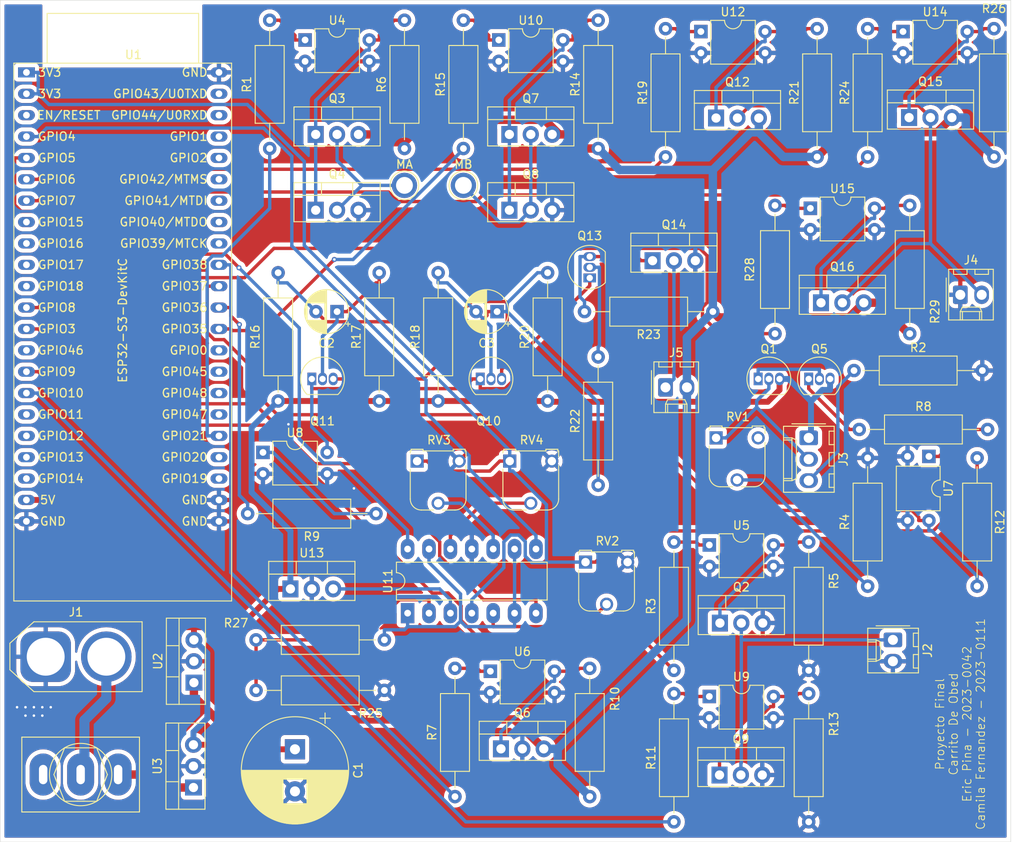
<source format=kicad_pcb>
(kicad_pcb (version 20240108) (generator "pcbnew") (generator_version "8.0")
  (layers (0 "F.Cu" signal) (31 "B.Cu" signal) (34 "B.Paste" user) (35 "F.Paste" user) (36 "B.SilkS" user "B.Silkscreen") (37 "F.SilkS" user "F.Silkscreen") (38 "B.Mask" user) (39 "F.Mask" user) (44 "Edge.Cuts" user))
  (net 0 "")
  (net 1 "GND")
  (net 2 "+5V")
  (net 3 "+12V")
  (net 4 "Net-(J2-Pin_1)")
  (net 5 "IR_LED_A")
  (net 6 "Photo_Diode_K")
  (net 7 "Net-(J4-Pin_2)")
  (net 8 "Net-(J5-Pin_1)")
  (net 9 "Motor_A")
  (net 10 "Motor_B")
  (net 11 "Net-(Q2-G)")
  (net 12 "Net-(Q12-G)")
  (net 13 "Net-(Q15-G)")
  (net 14 "Forward")
  (net 15 "Net-(R3-Pad2)")
  (net 16 "Backwards")
  (net 17 "FAN_OUT_LOW")
  (net 18 "FAN_OUT_MID")
  (net 19 "Hazard_Lights")
  (net 20 "+3V3")
  (net 21 "Proximity_Sensor")
  (net 22 "FAN_OUT_HIGH")
  (net 23 "Net-(R19-Pad2)")
  (net 24 "LIGHT_LOW")
  (net 25 "LIGHT_HIGH")
  (net 26 "LIGHT_EN")
  (net 31 "FAN_LOW")
  (net 35 "FAN_MID")
  (net 42 "FAN_HIGH")
  (net 55 "Net-(J1-Pin_2)")
  (net 56 "Net-(Q10-C)")
  (net 57 "Net-(Q11-B)")
  (net 58 "Net-(Q10-B)")
  (net 59 "Net-(Q11-C)")
  (net 60 "Net-(Q1-E)")
  (net 61 "Net-(Q3-G)")
  (net 62 "Net-(Q5-E)")
  (net 63 "Net-(Q6-G)")
  (net 64 "Net-(Q7-G)")
  (net 65 "Net-(Q9-G)")
  (net 66 "Net-(Q10-E)")
  (net 67 "Net-(Q13-B)")
  (net 68 "Net-(Q13-C)")
  (net 69 "Net-(Q16-G)")
  (net 70 "Net-(R1-Pad2)")
  (net 71 "Net-(R4-Pad1)")
  (net 72 "Net-(R7-Pad2)")
  (net 73 "Net-(R8-Pad2)")
  (net 74 "Net-(R9-Pad1)")
  (net 75 "Net-(R11-Pad2)")
  (net 76 "Net-(R15-Pad2)")
  (net 77 "Net-(R24-Pad2)")
  (net 78 "Net-(U11A--)")
  (net 79 "Net-(U11B--)")
  (net 80 "Net-(R28-Pad2)")
  (net 81 "Net-(U11B-+)")
  (net 82 "Net-(U11C-+)")
  (net 83 "Net-(U11D-+)")
  (net 85 "Net-(U11A-+)")
  (footprint "Resistor_THT:R_Axial_DIN0309_L9.0mm_D3.2mm_P15.24mm_Horizontal" (layer "F.Cu") (at 136 126.62 90)
    (property "Reference" "R10")
    (property "Value" "5.6k")
  )
  (footprint "Resistor_THT:R_Axial_DIN0309_L9.0mm_D3.2mm_P15.24mm_Horizontal" (layer "F.Cu") (at 162 111.62 90)
    (property "Reference" "R5")
    (property "Value" "5.6k")
  )
  (footprint "Package_DIP:DIP-14_W7.62mm_LongPads" (layer "F.Cu") (at 114.375 104.825 90)
    (property "Reference" "U11")
    (property "Value" "LM324")
  )
  (footprint "Connector_Molex:Molex_KK-254_AE-6410-02A_1x02_P2.54mm_Vertical" (layer "F.Cu") (at 145 78)
    (property "Reference" "J5")
    (property "Value" "MOLEX")
  )
  (footprint "Package_TO_SOT_THT:TO-220-3_Vertical" (layer "F.Cu") (at 125.46 120.945)
    (property "Reference" "Q6")
    (property "Value" "IRF9540N")
  )
  (footprint "Package_DIP:DIP-4_W7.62mm" (layer "F.Cu") (at 173.2 35.725)
    (property "Reference" "U14")
    (property "Value" "PC817")
  )
  (footprint "Resistor_THT:R_Axial_DIN0309_L9.0mm_D3.2mm_P15.24mm_Horizontal" (layer "F.Cu") (at 137 49.62 90)
    (property "Reference" "R14")
    (property "Value" "5.6k")
  )
  (footprint "Package_DIP:DIP-4_W7.62mm" (layer "F.Cu") (at 97.2 85.725)
    (property "Reference" "U8")
    (property "Value" "PC817")
  )
  (footprint "Potentiometer_THT:Potentiometer_Runtron_RM-065_Vertical" (layer "F.Cu") (at 126.5 86.76)
    (property "Reference" "RV4")
    (property "Value" "R_Potentiometer_Trim")
  )
  (footprint "TestPoint:TestPoint_Plated_Hole_D2.0mm" (layer "F.Cu") (at 121 54)
    (property "Reference" "MB")
    (property "Value" "TestPoint_Plated_Hole_D2.0mm")
  )
  (footprint "Resistor_THT:R_Axial_DIN0309_L9.0mm_D3.2mm_P15.24mm_Horizontal" (layer "F.Cu") (at 118 79.62 90)
    (property "Reference" "R18")
    (property "Value" "20k")
  )
  (footprint "Toggle:SW_Toggle_Blue_wSlots" (layer "F.Cu") (at 75.55 124 180)
    (property "Reference" "SW1" (hide yes))
    (property "Value" "SW_SPDT")
  )
  (footprint "Package_DIP:DIP-4_W7.62mm" (layer "F.Cu") (at 124.2 111.725)
    (property "Reference" "U6")
    (property "Value" "PC817")
  )
  (footprint "Package_TO_SOT_THT:TO-220-3_Vertical" (layer "F.Cu") (at 151.46 106)
    (property "Reference" "Q2")
    (property "Value" "IRF9540N")
  )
  (footprint "Package_DIP:DIP-4_W7.62mm" (layer "F.Cu") (at 162.2 56.725)
    (property "Reference" "U15")
    (property "Value" "PC817")
  )
  (footprint "Resistor_THT:R_Axial_DIN0309_L9.0mm_D3.2mm_P15.24mm_Horizontal" (layer "F.Cu") (at 99 79.62 90)
    (property "Reference" "R16")
    (property "Value" "560")
  )
  (footprint "Package_TO_SOT_THT:TO-220-3_Vertical" (layer "F.Cu") (at 126.46 56.945)
    (property "Reference" "Q8")
    (property "Value" "IRF540N")
  )
  (footprint "Resistor_THT:R_Axial_DIN0309_L9.0mm_D3.2mm_P15.24mm_Horizontal" (layer "F.Cu") (at 131 79.62 90)
    (property "Reference" "R20")
    (property "Value" "560")
  )
  (footprint "Resistor_THT:R_Axial_DIN0309_L9.0mm_D3.2mm_P15.24mm_Horizontal" (layer "F.Cu") (at 169 101.62 90)
    (property "Reference" "R4")
    (property "Value" "47k")
  )
  (footprint "Resistor_THT:R_Axial_DIN0309_L9.0mm_D3.2mm_P15.24mm_Horizontal" (layer "F.Cu") (at 98 49.62 90)
    (property "Reference" "R1")
    (property "Value" "100")
  )
  (footprint "Package_TO_SOT_THT:TO-220-3_Vertical" (layer "F.Cu") (at 151.41 124.055)
    (property "Reference" "Q9")
    (property "Value" "IRF9540N")
  )
  (footprint "Resistor_THT:R_Axial_DIN0309_L9.0mm_D3.2mm_P15.24mm_Horizontal" (layer "F.Cu") (at 111.62 114 180)
    (property "Reference" "R25")
    (property "Value" "560")
  )
  (footprint "Package_DIP:DIP-4_W7.62mm" (layer "F.Cu") (at 125.2 36.725)
    (property "Reference" "U10")
    (property "Value" "PC817")
  )
  (footprint "Connector_AMASS:AMASS_XT60-M_1x02_P7.20mm_Vertical" (layer "F.Cu") (at 71.4 110)
    (property "Reference" "J1")
    (property "Value" "XT60")
  )
  (footprint "Resistor_THT:R_Axial_DIN0309_L9.0mm_D3.2mm_P15.24mm_Horizontal" (layer "F.Cu") (at 169 50.62 90)
    (property "Reference" "R24")
    (property "Value" "100")
  )
  (footprint "TestPoint:TestPoint_Plated_Hole_D2.0mm" (layer "F.Cu") (at 114 54)
    (property "Reference" "MA")
    (property "Value" "TestPoint_Plated_Hole_D2.0mm")
  )
  (footprint "Package_TO_SOT_THT:TO-92_Inline" (layer "F.Cu") (at 123 77)
    (property "Reference" "Q10")
    (property "Value" "2N3904")
  )
  (footprint "Package_DIP:DIP-4_W7.62mm" (layer "F.Cu") (at 150.2 96.725)
    (property "Reference" "U5")
    (property "Value" "PC817")
  )
  (footprint "Package_TO_SOT_THT:TO-220-3_Vertical" (layer "F.Cu") (at 151 46)
    (property "Reference" "Q12")
    (property "Value" "IRF9540N")
  )
  (footprint "Resistor_THT:R_Axial_DIN0309_L9.0mm_D3.2mm_P15.24mm_Horizontal" (layer "F.Cu") (at 111 79.62 90)
    (property "Reference" "R17")
    (property "Value" "20k")
  )
  (footprint "Potentiometer_THT:Potentiometer_Runtron_RM-065_Vertical" (layer "F.Cu") (at 151 84)
    (property "Reference" "RV1")
    (property "Value" "1k")
  )
  (footprint "Resistor_THT:R_Axial_DIN0309_L9.0mm_D3.2mm_P15.24mm_Horizontal" (layer "F.Cu") (at 96.38 108)
    (property "Reference" "R27")
    (property "Value" "2.2k")
  )
  (footprint "Resistor_THT:R_Axial_DIN0309_L9.0mm_D3.2mm_P15.24mm_Horizontal" (layer "F.Cu") (at 162 129.62 90)
    (property "Reference" "R13")
    (property "Value" "5.6k")
  )
  (footprint "Capacitor_THT:CP_Radial_D5.0mm_P2.50mm" (layer "F.Cu") (at 125 69 180)
    (property "Reference" "C3")
    (property "Value" "47uF")
  )
  (footprint "Package_TO_SOT_THT:TO-92_Inline" (layer "F.Cu") (at 103 77)
    (property "Reference" "Q11")
    (property "Value" "2N3904")
  )
  (footprint "Resistor_THT:R_Axial_DIN0309_L9.0mm_D3.2mm_P15.24mm_Horizontal" (layer "F.Cu") (at 110.62 93 180)
    (property "Reference" "R9")
    (property "Value" "100")
  )
  (footprint "Package_DIP:DIP-4_W7.62mm" (layer "F.Cu") (at 149.2 35.725)
    (property "Reference" "U12")
    (property "Value" "PC817")
  )
  (footprint "Resistor_THT:R_Axial_DIN0309_L9.0mm_D3.2mm_P15.24mm_Horizontal" (layer "F.Cu") (at 120 126.62 90)
    (property "Reference" "R7")
    (property "Value" "100")
  )
  (footprint "Package_DIP:DIP-4_W7.62mm" (layer "F.Cu") (at 176.275 86.2 -90)
    (property "Reference" "U7")
    (property "Value" "PC817")
  )
  (footprint "Package_TO_SOT_THT:TO-220-3_Vertical" (layer "F.Cu") (at 173.92 45.945)
    (property "Reference" "Q15")
    (property "Value" "IRF9540N")
  )
  (footprint "Package_TO_SOT_THT:TO-220-3_Vertical" (layer "F.Cu") (at 103.46 47.945)
    (property "Reference" "Q3")
    (property "Value" "IRF9540N")
  )
  (footprint "Package_TO_SOT_THT:TO-92_Inline" (layer "F.Cu") (at 162 77)
    (property "Reference" "Q5")
    (property "Value" "2N3904")
  )
  (footprint "Package_TO_SOT_THT:TO-92_Inline" (layer "F.Cu") (at 136 65 90)
    (property "Reference" "Q13")
    (property "Value" "2N3904")
  )
  (footprint "Package_TO_SOT_THT:TO-220-3_Vertical" (layer "F.Cu") (at 126.46 47.945)
    (property "Reference" "Q7")
    (property "Value" "IRF9540N")
  )
  (footprint "PCM_Espressif:ESP32-S3-DevKitC" (layer "F.Cu") (at 69.115 40.5781)
    (property "Reference" "U1")
    (property "Value" "ESP32-S3-DevKitC")
  )
  (footprint "Potentiometer_THT:Potentiometer_Runtron_RM-065_Vertical" (layer "F.Cu") (at 115.5 86.76)
    (property "Reference" "RV3")
    (property "Value" "R_Potentiometer_Trim")
  )
  (footprint "Package_DIP:DIP-4_W7.62mm" (layer "F.Cu") (at 150.2 114.725)
    (property "Reference" "U9")
    (property "Value" "PC817")
  )
  (footprint "Connector_Molex:Molex_KK-254_AE-6410-03A_1x03_P2.54mm_Vertical" (layer "F.Cu") (at 162 84 -90)
    (property "Reference" "J3")
    (property "Value" "Molex")
  )
  (footprint "Resistor_THT:R_Axial_DIN0309_L9.0mm_D3.2mm_P15.24mm_Horizontal" (layer "F.Cu") (at 146 129.62 90)
    (property "Reference" "R11")
    (property "Value" "100")
  )
  (footprint "Package_TO_SOT_THT:TO-220-3_Vertical" (layer "F.Cu") (at 103.46 56.945)
    (property "Reference" "Q4")
    (property "Value" "IRF540N")
  )
  (footprint "Resistor_THT:R_Axial_DIN0309_L9.0mm_D3.2mm_P15.24mm_Horizontal" (layer "F.Cu") (at 174 71.62 90)
    (property "Reference" "R29")
    (property "Value" "5.6k")
  )
  (footprint "Resistor_THT:R_Axial_DIN0309_L9.0mm_D3.2mm_P15.24mm_Horizontal" (layer "F.Cu") (at 167.38 76)
    (property "Reference" "R2")
    (property "Value" "100")
  )
  (footprint "Resistor_THT:R_Axial_DIN0309_L9.0mm_D3.2mm_P15.24mm_Horizontal" (layer "F.Cu") (at 114 49.62 90)
    (property "Reference" "R6")
    (property "Value" "5.6k")
  )
  (footprint "Package_DIP:DIP-4_W7.62mm" (layer "F.Cu") (at 102.2 36.725)
    (property "Reference" "U4")
    (property "Value" "PC817")
  )
  (footprint "Resistor_THT:R_Axial_DIN0309_L9.0mm_D3.2mm_P15.24mm_Horizontal" (layer "F.Cu") (at 145 50.62 90)
    (property "Reference" "R19")
    (property "Value" "100")
  )
  (footprint "Package_TO_SOT_THT:TO-220-3_Vertical" (layer "F.Cu") (at 100.46 101.945)
    (property "Reference" "U13")
    (property "Value" "LM35-NEB")
  )
  (footprint "Resistor_THT:R_Axial_DIN0309_L9.0mm_D3.2mm_P15.24mm_Horizontal" (layer "F.Cu") (at 121 49.62 90)
    (property "Reference" "R15")
    (property "Value" "100")
  )
  (footprint "Resistor_THT:R_Axial_DIN0309_L9.0mm_D3.2mm_P15.24mm_Horizontal" (layer "F.Cu") (at 150.62 69 180)
    (property "Reference" "R23")
    (property "Value" "10k")
  )
  (footprint "Resistor_THT:R_Axial_DIN0309_L9.0mm_D3.2mm_P15.24mm_Horizontal" (layer "F.Cu") (at 184 50.62 90)
    (property "Reference" "R26")
    (property "Value" "5.6k")
  )
  (footprint "Resistor_THT:R_Axial_DIN0309_L9.0mm_D3.2mm_P15.24mm_Horizontal" (layer "F.Cu") (at 146 111.62 90)
    (property "Reference" "R3")
    (property "Value" "100")
  )
  (footprint "Resistor_THT:R_Axial_DIN0309_L9.0mm_D3.2mm_P15.24mm_Horizontal" (layer "F.Cu") (at 158 71.62 90)
    (property "Reference" "R28")
    (property "Value" "100")
  )
  (footprint "Package_TO_SOT_THT:TO-220-3_Vertical" (layer "F.Cu") (at 89 113.08 90)
    (property "Reference" "U2")
    (property "Value" "LM7805_TO220")
  )
  (footprint "Package_TO_SOT_THT:TO-92_Inline" (layer "F.Cu") (at 156 77)
    (property "Reference" "Q1")
    (property "Value" "2N3904")
  )
  (footprint "Resistor_THT:R_Axial_DIN0309_L9.0mm_D3.2mm_P15.24mm_Horizontal" (layer "F.Cu") (at 163 50.62 90)
    (property "Reference" "R21")
    (property "Value" "5.6k")
  )
  (footprint "Resistor_THT:R_Axial_DIN0309_L9.0mm_D3.2mm_P15.24mm_Horizontal" (layer "F.Cu") (at 168 83)
    (property "Reference" "R8")
    (property "Value" "180")
  )
  (footprint "Package_TO_SOT_THT:TO-220-3_Vertical" (layer "F.Cu") (at 143.46 62.945)
    (property "Reference" "Q14")
    (property "Value" "IRF540N")
  )
  (footprint "Package_TO_SOT_THT:TO-220-3_Vertical" (layer "F.Cu") (at 88.945 125.54 90)
    (property "Reference" "U3")
    (property "Value" "LM7805_TO220")
  )
  (footprint "Resistor_THT:R_Axial_DIN0309_L9.0mm_D3.2mm_P15.24mm_Horizontal" (layer "F.Cu") (at 182 86.38 -90)
    (property "Reference" "R12")
    (property "Value" "10k")
  )
  (footprint "Package_TO_SOT_THT:TO-220-3_Vertical" (layer "F.Cu") (at 163.46 67.945)
    (property "Reference" "Q16")
    (property "Value" "IRF9540N")
  )
  (footprint "Capacitor_THT:CP_Radial_D12.5mm_P5.00mm" (layer "F.Cu") (at 101 121 -90)
    (property "Reference" "C1")
    (property "Value" "2200uF")
  )
  (footprint "Capacitor_THT:CP_Radial_D5.0mm_P2.50mm" (layer "F.Cu") (at 106 69 180)
    (property "Reference" "C2")
    (property "Value" "47uF")
  )
  (footprint "Connector_Molex:Molex_KK-254_AE-6410-02A_1x02_P2.54mm_Vertical" (layer "F.Cu") (at 180 67)
    (property "Reference" "J4")
    (property "Value" "MOLEX")
  )
  (footprint "Potentiometer_THT:Potentiometer_Runtron_RM-065_Vertical" (layer "F.Cu") (at 135.5 98.76)
    (property "Reference" "RV2")
    (property "Value" "R_Potentiometer_Trim")
  )
  (footprint "Connector_Molex:Molex_KK-254_AE-6410-02A_1x02_P2.54mm_Vertical" (layer "F.Cu") (at 172 108 -90)
    (property "Reference" "J2")
    (property "Value" "MOLEX")
  )
  (footprint "Resistor_THT:R_Axial_DIN0309_L9.0mm_D3.2mm_P15.24mm_Horizontal" (layer "F.Cu") (at 137 89.62 90)
    (property "Reference" "R22")
    (property "Value" "1k")
  )
  (gr_rect (start 66 32) (end 186 132) (stroke (width 0.05)) (fill none) (layer "Edge.Cuts"))
  (gr_text "Proyecto Final\nCarrito De Obed\nEric Pina - 2023-0042\nCamila Fernandez - 2023-0111" (at 180 118 90) (layer "F.SilkS") (effects (font (size 1 1) (thickness 0.1))))
  (via (at 69 117) (size 0.6) (drill 0.3) (layers "F.Cu" "B.Cu") (net 1))
  (via (at 70 117) (size 0.6) (drill 0.3) (layers "F.Cu" "B.Cu") (net 1))
  (via (at 72 116) (size 0.6) (drill 0.3) (layers "F.Cu" "B.Cu") (net 1))
  (via (at 70 116) (size 0.6) (drill 0.3) (layers "F.Cu" "B.Cu") (net 1))
  (via (at 100.222231 82.384426) (size 0.6) (drill 0.3) (layers "F.Cu" "B.Cu") (net 1))
  (via (at 108 90) (size 0.6) (drill 0.3) (layers "F.Cu" "B.Cu") (net 1))
  (via (at 71 117) (size 0.6) (drill 0.3) (layers "F.Cu" "B.Cu") (net 1))
  (via (at 71 116) (size 0.6) (drill 0.3) (layers "F.Cu" "B.Cu") (net 1))
  (via (at 68 116) (size 0.6) (drill 0.3) (layers "F.Cu" "B.Cu") (net 1))
  (via (at 69 116) (size 0.6) (drill 0.3) (layers "F.Cu" "B.Cu") (net 1))
  (segment (start 88.945 120.46) (end 90.4967 120.46) (width 0.7) (layer "F.Cu") (net 2))
  (segment (start 69.1113 91.3754) (end 70.663 91.3754) (width 0.7) (layer "F.Cu") (net 2))
  (segment (start 100.46 101.945) (end 98.9558 101.945) (width 0.7) (layer "F.Cu") (net 2))
  (segment (start 101 121) (end 91.0367 121) (width 0.7) (layer "F.Cu") (net 2))
  (segment (start 111 79.62) (end 118 79.62) (width 0.7) (layer "F.Cu") (net 2))
  (segment (start 158.54 77) (end 158.54 78.3017) (width 0.7) (layer "F.Cu") (net 2))
  (segment (start 91.0367 121) (end 90.4967 120.46) (width 0.7) (layer "F.Cu") (net 2))
  (segment (start 85.7834 106.4958) (end 89 106.4958) (width 0.7) (layer "F.Cu") (net 2))
  (segment (start 131 79.62) (end 131.0913 79.7113) (width 0.7) (layer "F.Cu") (net 2))
  (segment (start 99 79.62) (end 111 79.62) (width 0.7) (layer "F.Cu") (net 2))
  (segment (start 94.405 106.4958) (end 98.9558 101.945) (width 0.7) (layer "F.Cu") (net 2))
  (segment (start 89 106.4958) (end 94.405 106.4958) (width 0.7) (layer "F.Cu") (net 2))
  (segment (start 70.663 91.3754) (end 85.7834 106.4958) (width 0.7) (layer "F.Cu") (net 2))
  (segment (start 157.1304 79.7113) (end 158.54 78.3017) (width 0.7) (layer "F.Cu") (net 2))
  (segment (start 89 108) (end 89 106.4958) (width 0.7) (layer "F.Cu") (net 2))
  (segment (start 131.0913 79.7113) (end 157.1304 79.7113) (width 0.7) (layer "F.Cu") (net 2))
  (segment (start 118 79.62) (end 131 79.62) (width 0.7) (layer "F.Cu") (net 2))
  (segment (start 90.5951 117.3057) (end 90.5951 109.5951) (width 0.7) (layer "B.Cu") (net 2))
  (segment (start 88.945 120.46) (end 88.945 118.9558) (width 0.7) (layer "B.Cu") (net 2))
  (segment (start 100.46 101.945) (end 100.46 95.0761) (width 0.7) (layer "B.Cu") (net 2))
  (segment (start 164.54 78.3017) (end 163.625 78.3017) (width 0.7) (layer "B.Cu") (net 2))
  (segment (start 95.8483 82.7717) (end 99 79.62) (width 0.7) (layer "B.Cu") (net 2))
  (segment (start 163.625 78.3017) (end 162.2717 79.655) (width 0.7) (layer "B.Cu") (net 2))
  (segment (start 90.5951 109.5951) (end 89 108) (width 0.7) (layer "B.Cu") (net 2))
  (segment (start 95.8483 90.4644) (end 95.8483 82.7717) (width 0.7) (layer "B.Cu") (net 2))
  (segment (start 100.46 95.0761) (end 95.8483 90.4644) (width 0.7) (layer "B.Cu") (net 2))
  (segment (start 88.945 118.9558) (end 90.5951 117.3057) (width 0.7) (layer "B.Cu") (net 2))
  (segment (start 162.2717 83.7283) (end 162.2717 79.655) (width 0.7) (layer "B.Cu") (net 2))
  (segment (start 164.54 77) (end 164.54 78.3017) (width 0.7) (layer "B.Cu") (net 2))
  (segment (start 162.2717 79.655) (end 159.6167 77) (width 0.7) (layer "B.Cu") (net 2))
  (segment (start 158.54 77) (end 159.6167 77) (width 0.7) (layer "B.Cu") (net 2))
  (segment (start 162 84) (end 162.2717 83.7283) (width 0.7) (layer "B.Cu") (net 2))
  (segment (start 88.945 125.54) (end 83.8417 125.54) (width 1) (layer "F.Cu") (net 3))
  (segment (start 166.794 69.691) (end 151.311 69.691) (width 1) (layer "F.Cu") (net 3))
  (segment (start 90.2838 116.0179) (end 89 114.7342) (width 1) (layer "F.Cu") (net 3))
  (segment (start 170.1942 67.945) (end 173.8692 71.62) (width 1) (layer "F.Cu") (net 3))
  (segment (start 151.311 69.691) (end 150.62 69) (width 1) (layer "F.Cu") (net 3))
  (segment (start 108.54 47.945) (end 110.1942 47.945) (width 1) (layer "F.Cu") (net 3))
  (segment (start 137 49.62) (end 134.8692 49.62) (width 1) (layer "F.Cu") (net 3))
  (segment (start 111.1145 48.8653) (end 110.1942 47.945) (width 1) (layer "F.Cu") (net 3))
  (segment (start 132.3671 47.945) (end 133.1942 47.945) (width 1) (layer "F.Cu") (net 3))
  (segment (start 132.3671 47.945) (end 130.6327 46.2106) (width 1) (layer "F.Cu") (net 3))
  (segment (start 131.54 47.945) (end 132.3671 47.945) (width 1) (layer "F.Cu") (net 3))
  (segment (start 127.0426 117.4476) (end 91.7134 117.4476) (width 1) (layer "F.Cu") (net 3))
  (segment (start 177.2708 47.6742) (end 165.9458 47.6742) (width 1) (layer "F.Cu") (net 3))
  (segment (start 173.8692 71.62) (end 174 71.62) (width 1) (layer "F.Cu") (net 3))
  (segment (start 168.54 67.945) (end 166.794 69.691) (width 1) (layer "F.Cu") (net 3))
  (segment (start 89 113.08) (end 89 114.7342) (width 1) (layer "F.Cu") (net 3))
  (segment (start 80 124) (end 82.3017 124) (width 1) (layer "F.Cu") (net 3))
  (segment (start 114 48.8653) (end 111.1145 48.8653) (width 1) (layer "F.Cu") (net 3))
  (segment (start 83.8417 125.54) (end 82.3017 124) (width 1) (layer "F.Cu") (net 3))
  (segment (start 134.8692 49.62) (end 133.1942 47.945) (width 1) (layer "F.Cu") (net 3))
  (segment (start 179 45.945) (end 177.2708 47.6742) (width 1) (layer "F.Cu") (net 3))
  (segment (start 130.54 120.945) (end 127.0426 117.4476) (width 1) (layer "F.Cu") (net 3))
  (segment (start 91.7134 117.4476) (end 90.2838 116.0179) (width 1) (layer "F.Cu") (net 3))
  (segment (start 90.2838 116.0179) (end 82.3017 124) (width 1) (layer "F.Cu") (net 3))
  (segment (start 165.9458 47.6742) (end 163 50.62) (width 1) (layer "F.Cu") (net 3))
  (segment (start 114 49.62) (end 114 48.8653) (width 1) (layer "F.Cu") (net 3))
  (segment (start 130.6327 46.2106) (end 116.6547 46.2106) (width 1) (layer "F.Cu") (net 3))
  (segment (start 116.6547 46.2106) (end 114 48.8653) (width 1) (layer "F.Cu") (net 3))
  (segment (start 168.54 67.945) (end 170.1942 67.945) (width 1) (layer "F.Cu") (net 3))
  (segment (start 180.6542 47.2742) (end 184 50.62) (width 1) (layer "B.Cu") (net 3))
  (segment (start 158.9983 50.62) (end 156.08 47.7017) (width 1) (layer "B.Cu") (net 3))
  (segment (start 147.54 72.08) (end 150.62 69) (width 1) (layer "B.Cu") (net 3))
  (segment (start 139.5463 52.1663) (end 137 49.62) (width 1) (layer "B.Cu") (net 3))
  (segment (start 132.1942 120.945) (end 147.54 105.5992) (width 1) (layer "B.Cu") (net 3))
  (segment (start 150.62 69) (end 150.62 52.1663) (width 1) (layer "B.Cu") (net 3))
  (segment (start 147.54 105.5992) (end 147.54 78) (width 1) (layer "B.Cu") (net 3))
  (segment (start 179 45.945) (end 180.6542 45.945) (width 1) (layer "B.Cu") (net 3))
  (segment (start 156.08 46) (end 156.08 47.7017) (width 1) (layer "B.Cu") (net 3))
  (segment (start 180.6542 45.945) (end 180.6542 47.2742) (width 1) (layer "B.Cu") (net 3))
  (segment (start 155.0846 47.7017) (end 156.08 47.7017) (width 1) (layer "B.Cu") (net 3))
  (segment (start 147.54 78) (end 147.54 72.08) (width 1) (layer "B.Cu") (net 3))
  (segment (start 150.62 52.1663) (end 139.5463 52.1663) (width 1) (layer "B.Cu") (net 3))
  (segment (start 136 126.62) (end 132.1942 122.8142) (width 1) (layer "B.Cu") (net 3))
  (segment (start 132.1942 122.8142) (end 132.1942 120.945) (width 1) (layer "B.Cu") (net 3))
  (segment (start 163 50.62) (end 158.9983 50.62) (width 1) (layer "B.Cu") (net 3))
  (segment (start 130.54 120.945) (end 132.1942 120.945) (width 1) (layer "B.Cu") (net 3))
  (segment (start 150.62 52.1663) (end 155.0846 47.7017) (width 1) (layer "B.Cu") (net 3))
  (segment (start 172 108) (end 154 108) (width 0.4) (layer "B.Cu") (net 4))
  (segment (start 153.95 122.6533) (end 154 122.6033) (width 0.4) (layer "B.Cu") (net 4))
  (segment (start 154 108) (end 154 106) (width 0.4) (layer "B.Cu") (net 4))
  (segment (start 153.95 124.055) (end 153.95 122.6533) (width 0.4) (layer "B.Cu") (net 4))
  (segment (start 154 122.6033) (end 154 108) (width 0.4) (layer "B.Cu") (net 4))
  (segment (start 162 89.08) (end 165.4652 85.6148) (width 0.4) (layer "B.Cu") (net 5))
  (segment (start 165.4652 85.6148) (end 165.4652 77.9148) (width 0.4) (layer "B.Cu") (net 5))
  (segment (start 165.4652 77.9148) (end 167.38 76) (width 0.4) (layer "B.Cu") (net 5))
  (segment (start 155.8208 80.3608) (end 155.8208 79.6009) (width 0.4) (layer "B.Cu") (net 6))
  (segment (start 151 84) (end 152.1817 84) (width 0.4) (layer "B.Cu") (net 6))
  (segment (start 157.27 77) (end 157.27 78.1517) (width 0.4) (layer "B.Cu") (net 6))
  (segment (start 162 86.54) (end 155.8209 80.3608) (width 0.4) (layer "B.Cu") (net 6))
  (segment (start 155.8208 79.6009) (end 157.27 78.1517) (width 0.4) (layer "B.Cu") (net 6))
  (segment (start 155.8209 80.3608) (end 152.1817 84) (width 0.4) (layer "B.Cu") (net 6))
  (segment (start 155.8209 80.3608) (end 155.8208 80.3608) (width 0.4) (layer "B.Cu") (net 6))
  (segment (start 154.9967 44.5433) (end 175.0583 44.5433) (width 0.4) (layer "F.Cu") (net 7))
  (segment (start 153.54 46) (end 154.9967 44.5433) (width 0.4) (layer "F.Cu") (net 7))
  (segment (start 175.0583 44.5433) (end 176.46 45.945) (width 0.4) (layer "F.Cu") (net 7))
  (segment (start 176.46 60.92) (end 176.46 45.945) (width 0.4) (layer "B.Cu") (net 7))
  (segment (start 166 67.945) (end 173.025 60.92) (width 0.4) (layer "B.Cu") (net 7))
  (segment (start 173.025 60.92) (end 176.46 60.92) (width 0.4) (layer "B.Cu") (net 7))
  (segment (start 182.54 67) (end 176.46 60.92) (width 0.4) (layer "B.Cu") (net 7))
  (segment (start 146 77) (end 145 78) (width 0.4) (layer "B.Cu") (net 8))
  (segment (start 146 62.945) (end 146 77) (width 0.4) (layer "B.Cu") (net 8))
  (segment (start 108.945 54) (end 106 56.945) (width 0.4) (layer "B.Cu") (net 9))
  (segment (start 106 51.055) (end 106 47.945) (width 0.4) (layer "B.Cu") (net 9))
  (segment (start 108.945 54) (end 106 51.055) (width 0.4) (layer "B.Cu") (net 9))
  (segment (start 114 54) (end 108.945 54) (width 0.4) (layer "B.Cu") (net 9))
  (segment (start 125.2493 58.3477) (end 127.5973 58.3477) (width 0.4) (layer "B.Cu") (net 10))
  (segment (start 127.5973 58.3477) (end 129 56.945) (width 0.4) (layer "B.Cu") (net 10))
  (segment (start 121 54.0984) (end 125.2493 58.3477) (width 0.4) (layer "B.Cu") (net 10))
  (segment (start 129 56.945) (end 129 47.945) (width 0.4) (layer "B.Cu") (net 10))
  (segment (start 121 54) (end 121 54.0984) (width 0.4) (layer "B.Cu") (net 10))
  (segment (start 157.82 96.725) (end 160.4533 96.725) (width 0.4) (layer "F.Cu") (net 11))
  (segment (start 160.4533 96.725) (end 160.7983 96.38) (width 0.4) (layer "F.Cu") (net 11))
  (segment (start 162 96.38) (end 160.7983 96.38) (width 0.4) (layer "F.Cu") (net 11))
  (segment (start 151.46 103.9132) (end 157.4465 97.9267) (width 0.4) (layer "B.Cu") (net 11))
  (segment (start 151.46 106) (end 151.46 103.9132) (width 0.4) (layer "B.Cu") (net 11))
  (segment (start 157.82 96.725) (end 157.82 97.9267) (width 0.4) (layer "B.Cu") (net 11))
  (segment (start 157.4465 97.9267) (end 157.82 97.9267) (width 0.4) (layer "B.Cu") (net 11))
  (segment (start 161.4533 35.725) (end 161.7983 35.38) (width 0.4) (layer "F.Cu") (net 12))
  (segment (start 163 35.38) (end 161.7983 35.38) (width 0.4) (layer "F.Cu") (net 12))
  (segment (start 156.82 35.725) (end 161.4533 35.725) (width 0.4) (layer "F.Cu") (net 12))
  (segment (start 151 42.3732) (end 156.4465 36.9267) (width 0.4) (layer "B.Cu") (net 12))
  (segment (start 156.4465 36.9267) (end 156.82 36.9267) (width 0.4) (layer "B.Cu") (net 12))
  (segment (start 151 46) (end 151 42.3732) (width 0.4) (layer "B.Cu") (net 12))
  (segment (start 156.82 35.725) (end 156.82 36.9267) (width 0.4) (layer "B.Cu") (net 12))
  (segment (start 184 35.38) (end 182.7983 35.38) (width 0.4) (layer "F.Cu") (net 13))
  (segment (start 180.82 35.725) (end 182.4533 35.725) (width 0.4) (layer "F.Cu") (net 13))
  (segment (start 182.4533 35.725) (end 182.7983 35.38) (width 0.4) (layer "F.Cu") (net 13))
  (segment (start 173.92 45.945) (end 173.92 43.4532) (width 0.4) (layer "B.Cu") (net 13))
  (segment (start 180.82 35.725) (end 180.82 36.9267) (width 0.4) (layer "B.Cu") (net 13))
  (segment (start 180.4465 36.9267) (end 180.82 36.9267) (width 0.4) (layer "B.Cu") (net 13))
  (segment (start 173.92 43.4532) (end 180.4465 36.9267) (width 0.4) (layer "B.Cu") (net 13))
  (segment (start 92.3588 62.3803) (end 98 56.7391) (width 0.4) (layer "B.Cu") (net 14))
  (segment (start 90.5733 83.7581) (end 90.5733 63.0086) (width 0.4) (layer "B.Cu") (net 14))
  (segment (start 98 56.7391) (end 98 49.62) (width 0.4) (layer "B.Cu") (net 14))
  (segment (start 91.975 83.7581) (end 90.5733 83.7581) (width 0.4) (layer "B.Cu") (net 14))
  (segment (start 91.2016 62.3803) (end 92.3588 62.3803) (width 0.4) (layer "B.Cu") (net 14))
  (segment (start 90.5733 63.0086) (end 91.2016 62.3803) (width 0.4) (layer "B.Cu") (net 14))
  (segment (start 148.9983 96.725) (end 148.6533 96.38) (width 0.4) (layer "F.Cu") (net 15))
  (segment (start 148.6533 96.38) (end 146 96.38) (width 0.4) (layer "F.Cu") (net 15))
  (segment (start 150.2 96.725) (end 148.9983 96.725) (width 0.4) (layer "F.Cu") (net 15))
  (segment (start 91.975 71.0581) (end 93.3767 71.0581) (width 0.4) (layer "F.Cu") (net 16))
  (segment (start 97.2268 71.2524) (end 105.6757 62.8035) (width 0.4) (layer "F.Cu") (net 16))
  (segment (start 93.3767 71.0581) (end 93.571 71.2524) (width 0.4) (layer "F.Cu") (net 16))
  (segment (start 93.571 71.2524) (end 97.2268 71.2524) (width 0.4) (layer "F.Cu") (net 16))
  (via (at 105.6757 62.8035) (size 0.6) (drill 0.3) (layers "F.Cu" "B.Cu") (net 16))
  (segment (start 107.8985 62.8035) (end 121 49.702) (width 0.4) (layer "B.Cu") (net 16))
  (segment (start 105.6757 62.8035) (end 107.8985 62.8035) (width 0.4) (layer "B.Cu") (net 16))
  (segment (start 121 49.702) (end 121 49.62) (width 0.4) (layer "B.Cu") (net 16))
  (segment (start 71.7107 52.0841) (end 143.5359 52.0841) (width 0.4) (layer "F.Cu") (net 17))
  (segment (start 69.115 53.2781) (end 70.5167 53.2781) (width 0.4) (layer "F.Cu") (net 17))
  (segment (start 70.5167 53.2781) (end 71.7107 52.0841) (width 0.4) (layer "F.Cu") (net 17))
  (segment (start 143.5359 52.0841) (end 145 50.62) (width 0.4) (layer "F.Cu") (net 17))
  (segment (start 69.115 55.8181) (end 70.5167 55.8181) (width 0.4) (layer "F.Cu") (net 18))
  (segment (start 112.0968 54.7862) (end 113.2279 55.9173) (width 0.4) (layer "F.Cu") (net 18))
  (segment (start 70.5167 55.8181) (end 71.5486 54.7862) (width 0.4) (layer "F.Cu") (net 18))
  (segment (start 113.2279 55.9173) (end 122.5277 55.9173) (width 0.4) (layer "F.Cu") (net 18))
  (segment (start 71.5486 54.7862) (end 112.0968 54.7862) (width 0.4) (layer "F.Cu") (net 18))
  (segment (start 123.3042 55.1408) (end 164.4792 55.1408) (width 0.4) (layer "F.Cu") (net 18))
  (segment (start 164.4792 55.1408) (end 169 50.62) (width 0.4) (layer "F.Cu") (net 18))
  (segment (start 122.5277 55.9173) (end 123.3042 55.1408) (width 0.4) (layer "F.Cu") (net 18))
  (segment (start 93.3767 69.5138) (end 94.3974 70.5345) (width 0.4) (layer "F.Cu") (net 19))
  (segment (start 91.975 68.5181) (end 93.3767 68.5181) (width 0.4) (layer "F.Cu") (net 19))
  (segment (start 93.3767 68.5181) (end 93.3767 69.5138) (width 0.4) (layer "F.Cu") (net 19))
  (via (at 94.3974 70.5345) (size 0.6) (drill 0.3) (layers "F.Cu" "B.Cu") (net 19))
  (segment (start 95.38 93) (end 95.38 91.7983) (width 0.4) (layer "B.Cu") (net 19))
  (segment (start 94.3974 90.8157) (end 94.3974 70.5345) (width 0.4) (layer "B.Cu") (net 19))
  (segment (start 95.38 91.7983) (end 94.3974 90.8157) (width 0.4) (layer "B.Cu") (net 19))
  (segment (start 124.1366 87.9417) (end 125.3183 86.76) (width 0.4) (layer "F.Cu") (net 20))
  (segment (start 182 89.8417) (end 176.7845 95.0572) (width 0.4) (layer "F.Cu") (net 20))
  (segment (start 140.3845 95.0572) (end 136.6817 98.76) (width 0.4) (layer "F.Cu") (net 20))
  (segment (start 176.7845 95.0572) (end 140.3845 95.0572) (width 0.4) (layer "F.Cu") (net 20))
  (segment (start 126.5 86.76) (end 125.3183 86.76) (width 0.4) (layer "F.Cu") (net 20))
  (segment (start 117.8634 87.9417) (end 124.1366 87.9417) (width 0.4) (layer "F.Cu") (net 20))
  (segment (start 116.6817 86.76) (end 117.8634 87.9417) (width 0.4) (layer "F.Cu") (net 20))
  (segment (start 182 86.38) (end 182 89.8417) (width 0.4) (layer "F.Cu") (net 20))
  (segment (start 115.5 86.76) (end 116.6817 86.76) (width 0.4) (layer "F.Cu") (net 20))
  (segment (start 135.5 98.76) (end 136.6817 98.76) (width 0.4) (layer "F.Cu") (net 20))
  (segment (start 121.995 103.2233) (end 125.805 99.4133) (width 0.4) (layer "B.Cu") (net 20))
  (segment (start 125.805 96.3574) (end 126.6196 95.5428) (width 0.4) (layer "B.Cu") (net 20))
  (segment (start 134.9092 98.76) (end 130.8604 98.76) (width 0.4) (layer "B.Cu") (net 20))
  (segment (start 128.345 96.3285) (end 128.345 98.0559) (width 0.4) (layer "B.Cu") (net 20))
  (segment (start 69.115 40.5781) (end 70.5167 40.5781) (width 0.4) (layer "B.Cu") (net 20))
  (segment (start 127.5593 95.5428) (end 128.345 96.3285) (width 0.4) (layer "B.Cu") (net 20))
  (segment (start 126.8693 87.9417) (end 126.5 87.9417) (width 0.4) (layer "B.Cu") (net 20))
  (segment (start 69.115 43.1181) (end 69.8159 43.1181) (width 0.4) (layer "B.Cu") (net 20))
  (segment (start 135.5 98.76) (end 134.9092 98.76) (width 0.4) (layer "B.Cu") (net 20))
  (segment (start 95.3361 44.3881) (end 102.1058 51.1578) (width 0.4) (layer "B.Cu") (net 20))
  (segment (start 126.5 86.76) (end 126.5 87.9417) (width 0.4) (layer "B.Cu") (net 20))
  (segment (start 130.8604 98.76) (end 130.8604 91.9328) (width 0.4) (layer "B.Cu") (net 20))
  (segment (start 130.7899 98.8305) (end 130.8604 98.76) (width 0.4) (layer "B.Cu") (net 20))
  (segment (start 125.805 99.4133) (end 125.805 96.3574) (width 0.4) (layer "B.Cu") (net 20))
  (segment (start 71.7867 44.3881) (end 95.3361 44.3881) (width 0.4) (layer "B.Cu") (net 20))
  (segment (start 130.8604 91.9328) (end 126.8693 87.9417) (width 0.4) (layer "B.Cu") (net 20))
  (segment (start 128.345 98.0559) (end 129.1196 98.8305) (width 0.4) (layer "B.Cu") (net 20))
  (segment (start 70.5167 43.1181) (end 71.7867 44.3881) (width 0.4) (layer "B.Cu") (net 20))
  (segment (start 129.1196 98.8305) (end 130.7899 98.8305) (width 0.4) (layer "B.Cu") (net 20))
  (segment (start 126.6196 95.5428) (end 127.5593 95.5428) (width 0.4) (layer "B.Cu") (net 20))
  (segment (start 70.5167 43.1181) (end 70.5167 40.5781) (width 0.4) (layer "B.Cu") (net 20))
  (segment (start 102.1058 61.1207) (end 126.5 85.5149) (width 0.4) (layer "B.Cu") (net 20))
  (segment (start 121.995 104.825) (end 121.995 103.2233) (width 0.4) (layer "B.Cu") (net 20))
  (segment (start 126.5 85.5149) (end 126.5 86.76) (width 0.4) (layer "B.Cu") (net 20))
  (segment (start 102.1058 51.1578) (end 102.1058 61.1207) (width 0.4) (layer "B.Cu") (net 20))
  (segment (start 69.8159 43.1181) (end 70.5167 43.1181) (width 0.4) (layer "B.Cu") (net 20))
  (segment (start 174.2472 92.6183) (end 152.0349 92.6183) (width 0.4) (layer "F.Cu") (net 21))
  (segment (start 95.5501 75.2981) (end 92.5801 72.3281) (width 0.4) (layer "F.Cu") (net 21))
  (segment (start 91.423 72.3281) (end 90.5733 71.4784) (width 0.4) (layer "F.Cu") (net 21))
  (segment (start 98.9218 81.2505) (end 95.5501 77.8788) (width 0.4) (layer "F.Cu") (net 21))
  (segment (start 176.275 93.82) (end 175.0733 93.82) (width 0.4) (layer "F.Cu") (net 21))
  (segment (start 175.0733 93.4444) (end 174.2472 92.6183) (width 0.4) (layer "F.Cu") (net 21))
  (segment (start 140.6671 81.2505) (end 98.9218 81.2505) (width 0.4) (layer "F.Cu") (net 21))
  (segment (start 175.0733 93.82) (end 175.0733 93.4444) (width 0.4) (layer "F.Cu") (net 21))
  (segment (start 95.5501 77.8788) (end 95.5501 75.2981) (width 0.4) (layer "F.Cu") (net 21))
  (segment (start 91.975 65.9781) (end 90.5733 65.9781) (width 0.4) (layer "F.Cu") (net 21))
  (segment (start 92.5801 72.3281) (end 91.423 72.3281) (width 0.4) (layer "F.Cu") (net 21))
  (segment (start 90.5733 71.4784) (end 90.5733 65.9781) (width 0.4) (layer "F.Cu") (net 21))
  (segment (start 152.0349 92.6183) (end 140.6671 81.2505) (width 0.4) (layer "F.Cu") (net 21))
  (segment (start 176.6034 95.0217) (end 176.275 95.0217) (width 0.4) (layer "B.Cu") (net 21))
  (segment (start 176.275 93.82) (end 176.275 95.0217) (width 0.4) (layer "B.Cu") (net 21))
  (segment (start 182 100.4183) (end 176.6034 95.0217) (width 0.4) (layer "B.Cu") (net 21))
  (segment (start 182 101.62) (end 182 100.4183) (width 0.4) (layer "B.Cu") (net 21))
  (segment (start 149.0637 61.4831) (end 149.9372 62.3566) (width 0.4) (layer "F.Cu") (net 22))
  (segment (start 98.5007 61.4831) (end 149.0637 61.4831) (width 0.4) (layer "F.Cu") (net 22))
  (segment (start 149.9372 62.3566) (end 149.9372 67.9241) (width 0.4) (layer "F.Cu") (net 22))
  (segment (start 95.016 64.9678) (end 98.5007 61.4831) (width 0.4) (layer "F.Cu") (net 22))
  (segment (start 149.9372 67.9241) (end 149.3855 68.4758) (width 0.4) (layer "F.Cu") (net 22))
  (segment (start 151.4262 71.62) (end 158 71.62) (width 0.4) (layer "F.Cu") (net 22))
  (segment (start 70.5167 68.5181) (end 74.067 64.9678) (width 0.4) (layer "F.Cu") (net 22))
  (segment (start 149.3855 69.5793) (end 151.4262 71.62) (width 0.4) (layer "F.Cu") (net 22))
  (segment (start 69.115 68.5181) (end 70.5167 68.5181) (width 0.4) (layer "F.Cu") (net 22))
  (segment (start 74.067 64.9678) (end 95.016 64.9678) (width 0.4) (layer "F.Cu") (net 22))
  (segment (start 149.3855 68.4758) (end 149.3855 69.5793) (width 0.4) (layer "F.Cu") (net 22))
  (segment (start 149.2 35.725) (end 146.5467 35.725) (width 0.4) (layer "F.Cu") (net 23))
  (segment (start 145 35.38) (end 146.2017 35.38) (width 0.4) (layer "F.Cu") (net 23))
  (segment (start 146.5467 35.725) (end 146.2017 35.38) (width 0.4) (layer "F.Cu") (net 23))
  (segment (start 69.115 76.1381) (end 70.5167 76.1381) (width 0.4) (layer "F.Cu") (net 24))
  (segment (start 76.8667 82.4881) (end 97.3436 82.4881) (width 0.4) (layer "F.Cu") (net 24))
  (segment (start 97.3436 82.4881) (end 117.2901 102.4346) (width 0.4) (layer "F.Cu") (net 24))
  (segment (start 117.2901 102.4346) (end 119.1897 102.4346) (width 0.4) (layer "F.Cu") (net 24))
  (segment (start 123.1812 108.1457) (end 142.5257 108.1457) (width 0.4) (layer "F.Cu") (net 24))
  (segment (start 119.1897 102.4346) (end 120.725 103.9699) (width 0.4) (layer "F.Cu") (net 24))
  (segment (start 70.5167 76.1381) (end 76.8667 82.4881) (width 0.4) (layer "F.Cu") (net 24))
  (segment (start 120.725 105.6895) (end 123.1812 108.1457) (width 0.4) (layer "F.Cu") (net 24))
  (segment (start 142.5257 108.1457) (end 146 111.62) (width 0.4) (layer "F.Cu") (net 24))
  (segment (start 120.725 103.9699) (end 120.725 105.6895) (width 0.4) (layer "F.Cu") (net 24))
  (segment (start 70.5167 78.6781) (end 70.5167 78.8533) (width 0.4) (layer "B.Cu") (net 25))
  (segment (start 69.115 78.6781) (end 70.5167 78.6781) (width 0.4) (layer "B.Cu") (net 25))
  (segment (start 70.5167 78.8533) (end 121.2834 129.62) (width 0.4) (layer "B.Cu") (net 25))
  (segment (start 121.2834 129.62) (end 146 129.62) (width 0.4) (layer "B.Cu") (net 25))
  (segment (start 93.3767 99.9967) (end 120 126.62) (width 0.4) (layer "B.Cu") (net 26))
  (segment (start 91.975 63.4381) (end 93.3767 63.4381) (width 0.4) (layer "B.Cu") (net 26))
  (segment (start 93.3767 63.4381) (end 93.3767 99.9967) (width 0.4) (layer "B.Cu") (net 26))
  (segment (start 123.3716 103.2233) (end 129.615 103.2233) (width 0.4) (layer "F.Cu") (net 31))
  (segment (start 118.185 96.3481) (end 118.185 98.0367) (width 0.4) (layer "F.Cu") (net 31))
  (segment (start 108.9002 87.0633) (end 118.185 96.3481) (width 0.4) (layer "F.Cu") (net 31))
  (segment (start 118.185 98.0367) (end 123.3716 103.2233) (width 0.4) (layer "F.Cu") (net 31))
  (segment (start 96.1981 79.9481) (end 103.3133 87.0633) (width 0.4) (layer "F.Cu") (net 31))
  (segment (start 70.5167 71.0581) (end 79.4067 79.9481) (width 0.4) (layer "F.Cu") (net 31))
  (segment (start 103.3133 87.0633) (end 108.9002 87.0633) (width 0.4) (layer "F.Cu") (net 31))
  (segment (start 79.4067 79.9481) (end 96.1981 79.9481) (width 0.4) (layer "F.Cu") (net 31))
  (segment (start 129.615 104.825) (end 129.615 103.2233) (width 0.4) (layer "F.Cu") (net 31))
  (segment (start 69.115 71.0581) (end 70.5167 71.0581) (width 0.4) (layer "F.Cu") (net 31))
  (segment (start 100.6278 50.5448) (end 100.6278 61.19) (width 0.4) (layer "B.Cu") (net 35))
  (segment (start 100.6278 61.19) (end 116.563 77.1252) (width 0.4) (layer "B.Cu") (net 35))
  (segment (start 121.6817 87.67) (end 129.615 95.6033) (width 0.4) (layer "B.Cu") (net 35))
  (segment (start 129.615 97.205) (end 129.615 95.6033) (width 0.4) (layer "B.Cu") (net 35))
  (segment (start 71.5256 47.1892) (end 97.2722 47.1892) (width 0.4) (layer "B.Cu") (net 35))
  (segment (start 116.563 77.1252) (end 116.563 80.9919) (width 0.4) (layer "B.Cu") (net 35))
  (segment (start 70.5167 48.1981) (end 71.5256 47.1892) (width 0.4) (layer "B.Cu") (net 35))
  (segment (start 69.115 48.1981) (end 70.5167 48.1981) (width 0.4) (layer "B.Cu") (net 35))
  (segment (start 116.563 80.9919) (end 121.6817 86.1106) (width 0.4) (layer "B.Cu") (net 35))
  (segment (start 121.6817 86.1106) (end 121.6817 87.67) (width 0.4) (layer "B.Cu") (net 35))
  (segment (start 97.2722 47.1892) (end 100.6278 50.5448) (width 0.4) (layer "B.Cu") (net 35))
  (segment (start 77.5253 62.1681) (end 72.4453 57.0881) (width 0.4) (layer "F.Cu") (net 42))
  (segment (start 92.7294 62.1681) (end 77.5253 62.1681) (width 0.4) (layer "F.Cu") (net 42))
  (segment (start 72.4453 57.0881) (end 68.4936 57.0881) (width 0.4) (layer "F.Cu") (net 42))
  (segment (start 94.3497 63.7884) (end 92.7294 62.1681) (width 0.4) (layer "F.Cu") (net 42))
  (segment (start 68.4936 57.0881) (end 67.7133 56.3078) (width 0.4) (layer "F.Cu") (net 42))
  (segment (start 67.7133 56.3078) (end 67.7133 50.7381) (width 0.4) (layer "F.Cu") (net 42))
  (segment (start 69.115 50.7381) (end 67.7133 50.7381) (width 0.4) (layer "F.Cu") (net 42))
  (via (at 94.3497 63.7884) (size 0.6) (drill 0.3) (layers "F.Cu" "B.Cu") (net 42))
  (segment (start 101.5123 84.1172) (end 101.5123 70.951) (width 0.4) (layer "B.Cu") (net 42))
  (segment (start 114.375 94.9991) (end 106.3709 86.995) (width 0.4) (layer "B.Cu") (net 42))
  (segment (start 114.375 97.205) (end 114.375 94.9991) (width 0.4) (layer "B.Cu") (net 42))
  (segment (start 106.3709 86.995) (end 104.3901 86.995) (width 0.4) (layer "B.Cu") (net 42))
  (segment (start 104.3901 86.995) (end 101.5123 84.1172) (width 0.4) (layer "B.Cu") (net 42))
  (segment (start 101.5123 70.951) (end 94.3497 63.7884) (width 0.4) (layer "B.Cu") (net 42))
  (segment (start 78.6 110) (end 78.6 114.9517) (width 1.2) (layer "B.Cu") (net 55))
  (segment (start 76 123.55) (end 75.55 124) (width 1.2) (layer "B.Cu") (net 55))
  (segment (start 76 117.5517) (end 76 123.55) (width 1.2) (layer "B.Cu") (net 55))
  (segment (start 78.6 114.9517) (end 76 117.5517) (width 1.2) (layer "B.Cu") (net 55))
  (segment (start 126.2017 75.1866) (end 125.54 75.8483) (width 0.4) (layer "F.Cu") (net 56))
  (segment (start 104.7017 70.2017) (end 119.5989 70.2017) (width 0.4) (layer "F.Cu") (net 56))
  (segment (start 119.5989 70.2017) (end 122.0023 67.7983) (width 0.4) (layer "F.Cu") (net 56))
  (segment (start 125.54 77) (end 125.54 75.8483) (width 0.4) (layer "F.Cu") (net 56))
  (segment (start 125.9739 67.7983) (end 126.2017 68.0261) (width 0.4) (layer "F.Cu") (net 56))
  (segment (start 103.5 69) (end 104.7017 70.2017) (width 0.4) (layer "F.Cu") (net 56))
  (segment (start 126.2017 68.0261) (end 126.2017 75.1866) (width 0.4) (layer "F.Cu") (net 56))
  (segment (start 122.0023 67.7983) (end 125.9739 67.7983) (width 0.4) (layer "F.Cu") (net 56))
  (segment (start 103.5 69) (end 100.0817 65.5817) (width 0.4) (layer "B.Cu") (net 56))
  (segment (start 100.0817 65.5817) (end 99 65.5817) (width 0.4) (layer "B.Cu") (net 56))
  (segment (start 99 64.38) (end 99 65.5817) (width 0.4) (layer "B.Cu") (net 56))
  (segment (start 107.2017 69) (end 110.62 65.5817) (width 0.4) (layer "F.Cu") (net 57))
  (segment (start 111 64.38) (end 111 65.5817) (width 0.4) (layer "F.Cu") (net 57))
  (segment (start 106 69) (end 107.2017 69) (width 0.4) (layer "F.Cu") (net 57))
  (segment (start 110.62 65.5817) (end 111 65.5817) (width 0.4) (layer "F.Cu") (net 57))
  (segment (start 106 69) (end 106 70.2017) (width 0.4) (layer "B.Cu") (net 57))
  (segment (start 106 70.2017) (end 104.27 71.9317) (width 0.4) (layer "B.Cu") (net 57))
  (segment (start 104.27 71.9317) (end 104.27 77) (width 0.4) (layer "B.Cu") (net 57))
  (segment (start 118 64.38) (end 118 65.5817) (width 0.4) (layer "B.Cu") (net 58))
  (segment (start 124.27 77) (end 124.27 70.77) (width 0.4) (layer "B.Cu") (net 58))
  (segment (start 124.27 70.77) (end 122.5 69) (width 0.4) (layer "B.Cu") (net 58))
  (segment (start 119.0817 65.5817) (end 118 65.5817) (width 0.4) (layer "B.Cu") (net 58))
  (segment (start 122.5 69) (end 119.0817 65.5817) (width 0.4) (layer "B.Cu") (net 58))
  (segment (start 123.7983 69.4506) (end 116.2489 77) (width 0.4) (layer "F.Cu") (net 59))
  (segment (start 123.7983 69) (end 123.7983 69.4506) (width 0.4) (layer "F.Cu") (net 59))
  (segment (start 116.2489 77) (end 105.54 77) (width 0.4) (layer "F.Cu") (net 59))
  (segment (start 125 69) (end 123.7983 69) (width 0.4) (layer "F.Cu") (net 59))
  (segment (start 137 89.62) (end 137 79.7983) (width 0.4) (layer "B.Cu") (net 59))
  (segment (start 125 69) (end 126.2017 69) (width 0.4) (layer "B.Cu") (net 59))
  (segment (start 126.2017 69) (end 126.2017 67.9766) (width 0.4) (layer "B.Cu") (net 59))
  (segment (start 126.2017 67.9766) (end 129.7983 64.38) (width 0.4) (layer "B.Cu") (net 59))
  (segment (start 131 64.38) (end 129.7983 64.38) (width 0.4) (layer "B.Cu") (net 59))
  (segment (start 137 79.7983) (end 126.2017 69) (width 0.4) (layer "B.Cu") (net 59))
  (segment (start 156 75.8483) (end 163.27 75.8483) (width 0.4) (layer "B.Cu") (net 60))
  (segment (start 156 77) (end 156 75.8483) (width 0.4) (layer "B.Cu") (net 60))
  (segment (start 163.27 77) (end 163.27 75.8483) (width 0.4) (layer "B.Cu") (net 60))
  (segment (start 109.82 36.725) (end 111.0217 36.725) (width 0.4) (layer "F.Cu") (net 61))
  (segment (start 114 34.38) (end 112.7983 34.38) (width 0.4) (layer "F.Cu") (net 61))
  (segment (start 111.0217 36.1566) (end 112.7983 34.38) (width 0.4) (layer "F.Cu") (net 61))
  (segment (start 111.0217 36.725) (end 111.0217 36.1566) (width 0.4) (layer "F.Cu") (net 61))
  (segment (start 103.46 47.945) (end 103.46 43.9132) (width 0.4) (layer "B.Cu") (net 61))
  (segment (start 103.46 43.9132) (end 109.4465 37.9267) (width 0.4) (layer "B.Cu") (net 61))
  (segment (start 103.46 56.945) (end 103.46 47.945) (width 0.4) (layer "B.Cu") (net 61))
  (segment (start 109.4465 37.9267) (end 109.82 37.9267) (width 0.4) (layer "B.Cu") (net 61))
  (segment (start 109.82 36.725) (end 109.82 37.9267) (width 0.4) (layer "B.Cu") (net 61))
  (segment (start 168 83) (end 166.8483 83) (width 0.4) (layer "F.Cu") (net 62))
  (segment (start 166.8483 83) (end 162 78.1517) (width 0.4) (layer "F.Cu") (net 62))
  (segment (start 162 77) (end 162 78.1517) (width 0.4) (layer "F.Cu") (net 62))
  (segment (start 131.82 111.725) (end 134.4533 111.725) (width 0.4) (layer "F.Cu") (net 63))
  (segment (start 134.4533 111.725) (end 134.7983 111.38) (width 0.4) (layer "F.Cu") (net 63))
  (segment (start 136 111.38) (end 134.7983 111.38) (width 0.4) (layer "F.Cu") (net 63))
  (segment (start 131.4465 112.9267) (end 131.82 112.9267) (width 0.4) (layer "B.Cu") (net 63))
  (segment (start 125.46 120.945) (end 125.46 118.9132) (width 0.4) (layer "B.Cu") (net 63))
  (segment (start 131.82 111.725) (end 131.82 112.9267) (width 0.4) (layer "B.Cu") (net 63))
  (segment (start 125.46 118.9132) (end 131.4465 112.9267) (width 0.4) (layer "B.Cu") (net 63))
  (segment (start 134.0217 36.1566) (end 135.7983 34.38) (width 0.4) (layer "F.Cu") (net 64))
  (segment (start 134.0217 36.725) (end 134.0217 36.1566) (width 0.4) (layer "F.Cu") (net 64))
  (segment (start 137 34.38) (end 135.7983 34.38) (width 0.4) (layer "F.Cu") (net 64))
  (segment (start 132.82 36.725) (end 134.0217 36.725) (width 0.4) (layer "F.Cu") (net 64))
  (segment (start 126.46 43.9132) (end 126.46 47.945) (width 0.4) (layer "B.Cu") (net 64))
  (segment (start 132.82 36.725) (end 132.82 37.9267) (width 0.4) (layer "B.Cu") (net 64))
  (segment (start 132.82 37.9267) (end 132.4465 37.9267) (width 0.4) (layer "B.Cu") (net 64))
  (segment (start 132.4465 37.9267) (end 126.46 43.9132) (width 0.4) (layer "B.Cu") (net 64))
  (segment (start 126.46 49.3467) (end 126.46 56.945) (width 0.4) (layer "B.Cu") (net 64))
  (segment (start 126.46 47.945) (end 126.46 49.3467) (width 0.4) (layer "B.Cu") (net 64))
  (segment (start 157.82 114.725) (end 157.82 115.9267) (width 0.4) (layer "F.Cu") (net 65))
  (segment (start 160.4533 114.725) (end 160.7983 114.38) (width 0.4) (layer "F.Cu") (net 65))
  (segment (start 162 114.38) (end 160.7983 114.38) (width 0.4) (layer "F.Cu") (net 65))
  (segment (start 157.82 114.725) (end 160.4533 114.725) (width 0.4) (layer "F.Cu") (net 65))
  (segment (start 151.41 121.9632) (end 157.4465 115.9267) (width 0.4) (layer "F.Cu") (net 65))
  (segment (start 151.41 124.055) (end 151.41 121.9632) (width 0.4) (layer "F.Cu") (net 65))
  (segment (start 157.4465 115.9267) (end 157.82 115.9267) (width 0.4) (layer "F.Cu") (net 65))
  (segment (start 120.9216 78.1517) (end 103 78.1517) (width 0.4) (layer "F.Cu") (net 66))
  (segment (start 122.0733 77) (end 120.9216 78.1517) (width 0.4) (layer "F.Cu") (net 66))
  (segment (start 136 65.9267) (end 126.9491 74.9776) (width 0.4) (layer "F.Cu") (net 66))
  (segment (start 103 77) (end 103 78.1517) (width 0.4) (layer "F.Cu") (net 66))
  (segment (start 126.9491 77.141) (end 125.9384 78.1517) (width 0.4) (layer "F.Cu") (net 66))
  (segment (start 123 77) (end 122.0733 77) (width 0.4) (layer "F.Cu") (net 66))
  (segment (start 123 77) (end 123 78.1517) (width 0.4) (layer "F.Cu") (net 66))
  (segment (start 125.9384 78.1517) (end 123 78.1517) (width 0.4) (layer "F.Cu") (net 66))
  (segment (start 126.9491 74.9776) (end 126.9491 77.141) (width 0.4) (layer "F.Cu") (net 66))
  (segment (start 136 65) (end 136 65.9267) (width 0.4) (layer "F.Cu") (net 66))
  (segment (start 103 77) (end 103 82.7033) (width 0.4) (layer "B.Cu") (net 66))
  (segment (start 103 82.7033) (end 104.82 84.5233) (width 0.4) (layer "B.Cu") (net 66))
  (segment (start 104.82 85.725) (end 104.82 84.5233) (width 0.4) (layer "B.Cu") (net 66))
  (segment (start 137.1517 73.0266) (end 137 73.1783) (width 0.4) (layer "B.Cu") (net 67))
  (segment (start 137.1517 63.73) (end 137.1517 73.0266) (width 0.4) (layer "B.Cu") (net 67))
  (segment (start 137 74.38) (end 137 73.1783) (width 0.4) (layer "B.Cu") (net 67))
  (segment (start 136 63.73) (end 137.1517 63.73) (width 0.4) (layer "B.Cu") (net 67))
  (segment (start 136 62.46) (end 141.6208 62.46) (width 0.4) (layer "F.Cu") (net 68))
  (segment (start 143.46 62.945) (end 142.1058 62.945) (width 0.4) (layer "F.Cu") (net 68))
  (segment (start 141.6208 62.46) (end 142.1058 62.945) (width 0.4) (layer "F.Cu") (net 68))
  (segment (start 136 62.46) (end 134.8483 62.46) (width 0.4) (layer "B.Cu") (net 68))
  (segment (start 135.38 69) (end 135.38 67.7983) (width 0.4) (layer "B.Cu") (net 68))
  (segment (start 134.8483 67.2666) (end 134.8483 62.46) (width 0.4) (layer "B.Cu") (net 68))
  (segment (start 135.38 67.7983) (end 134.8483 67.2666) (width 0.4) (layer "B.Cu") (net 68))
  (segment (start 171.0217 56.725) (end 171.3667 56.38) (width 0.4) (layer "F.Cu") (net 69))
  (segment (start 169.82 56.725) (end 171.0217 56.725) (width 0.4) (layer "F.Cu") (net 69))
  (segment (start 171.3667 56.38) (end 174 56.38) (width 0.4) (layer "F.Cu") (net 69))
  (segment (start 163.46 63.9132) (end 169.4465 57.9267) (width 0.4) (layer "B.Cu") (net 69))
  (segment (start 169.4465 57.9267) (end 169.82 57.9267) (width 0.4) (layer "B.Cu") (net 69))
  (segment (start 163.46 67.945) (end 163.46 63.9132) (width 0.4) (layer "B.Cu") (net 69))
  (segment (start 169.82 56.725) (end 169.82 57.9267) (width 0.4) (layer "B.Cu") (net 69))
  (segment (start 98 34.38) (end 99.2017 34.38) (width 0.4) (layer "F.Cu") (net 70))
  (segment (start 100.9983 36.725) (end 100.9983 36.1766) (width 0.4) (layer "F.Cu") (net 70))
  (segment (start 102.2 36.725) (end 100.9983 36.725) (width 0.4) (layer "F.Cu") (net 70))
  (segment (start 100.9983 36.1766) (end 99.2017 34.38) (width 0.4) (layer "F.Cu") (net 70))
  (segment (start 153.5 89) (end 156.38 89) (width 0.4) (layer "B.Cu") (net 71))
  (segment (start 156.38 89) (end 169 101.62) (width 0.4) (layer "B.Cu") (net 71))
  (segment (start 124.2 111.725) (end 122.9983 111.725) (width 0.4) (layer "F.Cu") (net 72))
  (segment (start 122.6533 111.38) (end 120 111.38) (width 0.4) (layer "F.Cu") (net 72))
  (segment (start 122.9983 111.725) (end 122.6533 111.38) (width 0.4) (layer "F.Cu") (net 72))
  (segment (start 176.275 86.2) (end 177.4767 86.2) (width 0.4) (layer "F.Cu") (net 73))
  (segment (start 180.6767 83) (end 183.24 83) (width 0.4) (layer "F.Cu") (net 73))
  (segment (start 177.4767 86.2) (end 180.6767 83) (width 0.4) (layer "F.Cu") (net 73))
  (segment (start 97.2 85.725) (end 98.4017 85.725) (width 0.4) (layer "B.Cu") (net 74))
  (segment (start 105.6767 93) (end 98.4017 85.725) (width 0.4) (layer "B.Cu") (net 74))
  (segment (start 110.62 93) (end 105.6767 93) (width 0.4) (layer "B.Cu") (net 74))
  (segment (start 146 114.38) (end 147.2017 114.38) (width 0.4) (layer "F.Cu") (net 75))
  (segment (start 147.5467 114.725) (end 147.2017 114.38) (width 0.4) (layer "F.Cu") (net 75))
  (segment (start 150.2 114.725) (end 147.5467 114.725) (width 0.4) (layer "F.Cu") (net 75))
  (segment (start 121 34.38) (end 122.2017 34.38) (width 0.4) (layer "F.Cu") (net 76))
  (segment (start 123.9983 36.1766) (end 122.2017 34.38) (width 0.4) (layer "F.Cu") (net 76))
  (segment (start 123.9983 36.725) (end 123.9983 36.1766) (width 0.4) (layer "F.Cu") (net 76))
  (segment (start 125.2 36.725) (end 123.9983 36.725) (width 0.4) (layer "F.Cu") (net 76))
  (segment (start 170.5467 35.725) (end 170.2017 35.38) (width 0.4) (layer "F.Cu") (net 77))
  (segment (start 173.2 35.725) (end 170.5467 35.725) (width 0.4) (layer "F.Cu") (net 77))
  (segment (start 169 35.38) (end 170.2017 35.38) (width 0.4) (layer "F.Cu") (net 77))
  (segment (start 113.4086 103.2233) (end 116.915 103.2233) (width 0.4) (layer "F.Cu") (net 78))
  (segment (start 108.6319 108) (end 113.4086 103.2233) (width 0.4) (layer "F.Cu") (net 78))
  (segment (start 96.38 114) (end 96.38 112.7983) (width 0.4) (layer "F.Cu") (net 78))
  (segment (start 96.38 108) (end 108.6319 108) (width 0.4) (layer "F.Cu") (net 78))
  (segment (start 96.38 108) (end 96.38 112.7983) (width 0.4) (layer "F.Cu") (net 78))
  (segment (start 116.915 104.825) (end 116.915 103.2233) (width 0.4) (layer "F.Cu") (net 78))
  (segment (start 127.075 104.825) (end 127.075 106.4267) (width 0.4) (layer "B.Cu") (net 79))
  (segment (start 114.375 106.4267) (end 114.0034 106.7983) (width 0.4) (layer "B.Cu") (net 79))
  (segment (start 120.6577 102.5494) (end 120.6577 105.7783) (width 0.4) (layer "B.Cu") (net 79))
  (segment (start 127.075 97.205) (end 127.075 104.825) (width 0.4) (layer "B.Cu") (net 79))
  (segment (start 127.075 106.4267) (end 121.3061 106.4267) (width 0.4) (layer "B.Cu") (net 79))
  (segment (start 121.3061 106.4267) (end 120.6577 105.7783) (width 0.4) (layer "B.Cu") (net 79))
  (segment (start 114.375 104.825) (end 114.375 106.4267) (width 0.4) (layer "B.Cu") (net 79))
  (segment (start 116.915 98.8067) (end 120.6577 102.5494) (width 0.4) (layer "B.Cu") (net 79))
  (segment (start 114.0034 106.7983) (end 111.62 106.7983) (width 0.4) (layer "B.Cu") (net 79))
  (segment (start 116.915 97.205) (end 116.915 98.8067) (width 0.4) (layer "B.Cu") (net 79))
  (segment (start 120.6577 105.7783) (end 120.0093 106.4267) (width 0.4) (layer "B.Cu") (net 79))
  (segment (start 111.62 108) (end 111.62 106.7983) (width 0.4) (layer "B.Cu") (net 79))
  (segment (start 120.0093 106.4267) (end 114.375 106.4267) (width 0.4) (layer "B.Cu") (net 79))
  (segment (start 162.2 56.725) (end 159.5467 56.725) (width 0.4) (layer "F.Cu") (net 80))
  (segment (start 158 56.38) (end 159.2017 56.38) (width 0.4) (layer "F.Cu") (net 80))
  (segment (start 159.5467 56.725) (end 159.2017 56.38) (width 0.4) (layer "F.Cu") (net 80))
  (segment (start 138 103.76) (end 135.3333 106.4267) (width 0.4) (layer "F.Cu") (net 81))
  (segment (start 135.3333 106.4267) (end 124.535 106.4267) (width 0.4) (layer "F.Cu") (net 81))
  (segment (start 124.535 104.825) (end 124.535 106.4267) (width 0.4) (layer "F.Cu") (net 81))
  (segment (start 118 91.76) (end 120.6917 91.76) (width 0.4) (layer "B.Cu") (net 82))
  (segment (start 124.535 97.205) (end 124.535 95.6033) (width 0.4) (layer "B.Cu") (net 82))
  (segment (start 120.6917 91.76) (end 124.535 95.6033) (width 0.4) (layer "B.Cu") (net 82))
  (segment (start 123.2983 91.76) (end 119.455 95.6033) (width 0.4) (layer "F.Cu") (net 83))
  (segment (start 129 91.76) (end 123.2983 91.76) (width 0.4) (layer "F.Cu") (net 83))
  (segment (start 119.455 97.205) (end 119.455 95.6033) (width 0.4) (layer "F.Cu") (net 83))
  (segment (start 119.455 104.825) (end 119.455 103.2233) (width 0.4) (layer "B.Cu") (net 85))
  (segment (start 105.54 101.945) (end 118.1767 101.945) (width 0.4) (layer "B.Cu") (net 85))
  (segment (start 118.1767 101.945) (end 119.455 103.2233) (width 0.4) (layer "B.Cu") (net 85))
  (zone (net 0) (net_name "") (layers "F&B.Cu") (connect_pads (clearance 0)) (min_thickness 0.25)
    (keepout (tracks not_allowed) (vias not_allowed) (pads not_allowed) (copperpour not_allowed) (footprints allowed))
    (fill (thermal_gap 0.5) (thermal_bridge_width 0.5))
    (polygon (pts (xy 71 40) (xy 71 32) (xy 90 32) (xy 90 40)))
  )
  (zone (net 1) (net_name "GND") (layers "F&B.Cu") (connect_pads (clearance 0.5)) (min_thickness 0.25) (fill yes (thermal_gap 0.5) (thermal_bridge_width 0.5))
    (polygon (pts (xy 66 32) (xy 186 32) (xy 186 132) (xy 66 132)))
  )
)
</source>
